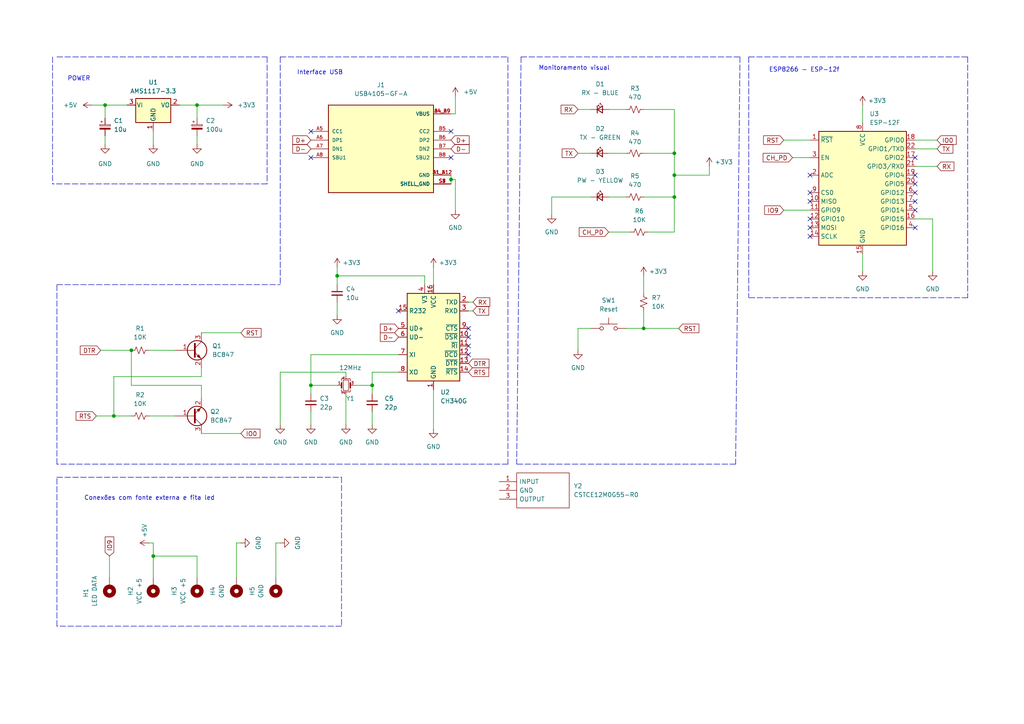
<source format=kicad_sch>
(kicad_sch (version 20211123) (generator eeschema)
  (paper "A4")
  (title_block (title "Twitch Led Bot") (date "2023-05-26") (rev "1.0.0") (company "Campoy Tech") (comment 1 "Eng. Renato Campoy") (comment 2 "Curitiba / PR / Brasil"))
  (lib_symbols
    (symbol "CSTCE12M0G55-R0:CSTCE12M0G55-R0" (pin_names (offset 0.762))
      (property "Reference" "Y" (at 21.59 7.62 0))
      (property "Value" "CSTCE12M0G55-R0" (at 21.59 5.08 0))
      (symbol "CSTCE12M0G55-R0_0_0"
        (pin passive line (at 0 0 0) (length 5.08) (name "INPUT") (number "1"))
        (pin passive line (at 0 -2.54 0) (length 5.08) (name "GND") (number "2"))
        (pin passive line (at 0 -5.08 0) (length 5.08) (name "OUTPUT") (number "3"))
      )
      (symbol "CSTCE12M0G55-R0_0_1"
        (polyline (pts (xy 5.08 2.54) (xy 20.32 2.54) (xy 20.32 -7.62) (xy 5.08 -7.62) (xy 5.08 2.54)) (stroke (width 0.1524)))
      )
    )
    (symbol "Device:C_Polarized_Small" (pin_numbers hide) (pin_names (offset 0.254) hide)
      (property "Reference" "C" (at 0.254 1.778 0))
      (property "Value" "C_Polarized_Small" (at 0.254 -2.032 0))
      (symbol "C_Polarized_Small_0_1"
        (rectangle (start -1.524 -0.3048) (end 1.524 -0.6858) (fill (type outline)))
        (rectangle (start -1.524 0.6858) (end 1.524 0.3048))
        (polyline (pts (xy -1.27 1.524) (xy -0.762 1.524)))
        (polyline (pts (xy -1.016 1.27) (xy -1.016 1.778)))
      )
      (symbol "C_Polarized_Small_1_1"
        (pin passive line (at 0 2.54 270) (length 1.8542) (name "~") (number "1"))
        (pin passive line (at 0 -2.54 90) (length 1.8542) (name "~") (number "2"))
      )
    )
    (symbol "Device:C_Small" (pin_numbers hide) (pin_names (offset 0.254) hide)
      (property "Reference" "C" (at 0.254 1.778 0))
      (property "Value" "C_Small" (at 0.254 -2.032 0))
      (symbol "C_Small_0_1"
        (polyline (pts (xy -1.524 -0.508) (xy 1.524 -0.508)) (stroke (width 0.3302)))
        (polyline (pts (xy -1.524 0.508) (xy 1.524 0.508)) (stroke (width 0.3048)))
      )
      (symbol "C_Small_1_1"
        (pin passive line (at 0 2.54 270) (length 2.032) (name "~") (number "1"))
        (pin passive line (at 0 -2.54 90) (length 2.032) (name "~") (number "2"))
      )
    )
    (symbol "Device:Crystal_GND24_Small" (pin_names (offset 1.016) hide)
      (property "Reference" "Y" (at 1.27 4.445 0))
      (property "Value" "Crystal_GND24_Small" (at 1.27 2.54 0))
      (symbol "Crystal_GND24_Small_0_1"
        (rectangle (start -0.762 -1.524) (end 0.762 1.524))
        (polyline (pts (xy -1.27 -0.762) (xy -1.27 0.762)) (stroke (width 0.381)))
        (polyline (pts (xy 1.27 -0.762) (xy 1.27 0.762)) (stroke (width 0.381)))
        (polyline (pts (xy -1.27 -1.27) (xy -1.27 -1.905) (xy 1.27 -1.905) (xy 1.27 -1.27)))
        (polyline (pts (xy -1.27 1.27) (xy -1.27 1.905) (xy 1.27 1.905) (xy 1.27 1.27)))
      )
      (symbol "Crystal_GND24_Small_1_1"
        (pin passive line (at -2.54 0 0) (length 1.27) (name "1") (number "1"))
        (pin passive line (at 0 -2.54 90) (length 0.635) (name "2") (number "2"))
        (pin passive line (at 2.54 0 180) (length 1.27) (name "3") (number "3"))
        (pin passive line (at 0 2.54 270) (length 0.635) (name "4") (number "4"))
      )
    )
    (symbol "Device:LED_Small" (pin_numbers hide) (pin_names (offset 0.254) hide)
      (property "Reference" "D" (at -1.27 3.175 0))
      (property "Value" "LED_Small" (at -4.445 -2.54 0))
      (symbol "LED_Small_0_1"
        (polyline (pts (xy -0.762 -1.016) (xy -0.762 1.016)) (stroke (width 0.254)))
        (polyline (pts (xy 1.016 0) (xy -0.762 0)))
        (polyline (pts (xy 0.762 -1.016) (xy -0.762 0) (xy 0.762 1.016) (xy 0.762 -1.016)) (stroke (width 0.254)))
        (polyline (pts (xy 0 0.762) (xy -0.508 1.27) (xy -0.254 1.27) (xy -0.508 1.27) (xy -0.508 1.016)))
        (polyline (pts (xy 0.508 1.27) (xy 0 1.778) (xy 0.254 1.778) (xy 0 1.778) (xy 0 1.524)))
      )
      (symbol "LED_Small_1_1"
        (pin passive line (at -2.54 0 0) (length 1.778) (name "K") (number "1"))
        (pin passive line (at 2.54 0 180) (length 1.778) (name "A") (number "2"))
      )
    )
    (symbol "Device:R_Small_US" (pin_numbers hide) (pin_names (offset 0.254) hide)
      (property "Reference" "R" (at 0.762 0.508 0))
      (property "Value" "R_Small_US" (at 0.762 -1.016 0))
      (symbol "R_Small_US_1_1"
        (polyline (pts (xy 0 0) (xy 1.016 -0.381) (xy 0 -0.762) (xy -1.016 -1.143) (xy 0 -1.524)))
        (polyline (pts (xy 0 1.524) (xy 1.016 1.143) (xy 0 0.762) (xy -1.016 0.381) (xy 0 0)))
        (pin passive line (at 0 2.54 270) (length 1.016) (name "~") (number "1"))
        (pin passive line (at 0 -2.54 90) (length 1.016) (name "~") (number "2"))
      )
    )
    (symbol "GND_1" (power) (pin_names (offset 0))
      (property "Value" "GND_1" (at 0 -3.81 0))
      (symbol "GND_1_0_1"
        (polyline (pts (xy 0 0) (xy 0 -1.27) (xy 1.27 -1.27) (xy 0 -2.54) (xy -1.27 -1.27) (xy 0 -1.27)))
      )
      (symbol "GND_1_1_1"
        (pin power_in line (at 0 0 270) (length 0) hide (name "GND") (number "1"))
      )
    )
    (symbol "Interface_USB:CH340G"
      (property "Reference" "U" (at -5.08 13.97 0))
      (property "Value" "CH340G" (at 1.27 13.97 0))
      (symbol "CH340G_0_1"
        (rectangle (start -7.62 12.7) (end 7.62 -12.7) (stroke (width 0.254)) (fill (type background)))
      )
      (symbol "CH340G_1_1"
        (pin power_in line (at 0 -15.24 90) (length 2.54) (name "GND") (number "1"))
        (pin input line (at 10.16 0 180) (length 2.54) (name "~{DSR}") (number "10"))
        (pin input line (at 10.16 -2.54 180) (length 2.54) (name "~{RI}") (number "11"))
        (pin input line (at 10.16 -5.08 180) (length 2.54) (name "~{DCD}") (number "12"))
        (pin output line (at 10.16 -7.62 180) (length 2.54) (name "~{DTR}") (number "13"))
        (pin output line (at 10.16 -10.16 180) (length 2.54) (name "~{RTS}") (number "14"))
        (pin input line (at -10.16 7.62 0) (length 2.54) (name "R232") (number "15"))
        (pin power_in line (at 0 15.24 270) (length 2.54) (name "VCC") (number "16"))
        (pin output line (at 10.16 10.16 180) (length 2.54) (name "TXD") (number "2"))
        (pin input line (at 10.16 7.62 180) (length 2.54) (name "RXD") (number "3"))
        (pin passive line (at -2.54 15.24 270) (length 2.54) (name "V3") (number "4"))
        (pin bidirectional line (at -10.16 2.54 0) (length 2.54) (name "UD+") (number "5"))
        (pin bidirectional line (at -10.16 0 0) (length 2.54) (name "UD-") (number "6"))
        (pin input line (at -10.16 -5.08 0) (length 2.54) (name "XI") (number "7"))
        (pin output line (at -10.16 -10.16 0) (length 2.54) (name "XO") (number "8"))
        (pin input line (at 10.16 2.54 180) (length 2.54) (name "~{CTS}") (number "9"))
      )
    )
    (symbol "Mechanical:MountingHole_Pad" (pin_numbers hide) (pin_names (offset 1.016) hide)
      (property "Reference" "H" (at 0 6.35 0))
      (property "Value" "MountingHole_Pad" (at 0 4.445 0))
      (symbol "MountingHole_Pad_0_1"
        (circle (center 0 1.27) (radius 1.27) (stroke (width 1.27)))
      )
      (symbol "MountingHole_Pad_1_1"
        (pin input line (at 0 -2.54 90) (length 2.54) (name "1") (number "1"))
      )
    )
    (symbol "RF_Module:ESP-12F"
      (property "Reference" "U" (at -12.7 19.05 0))
      (property "Value" "ESP-12F" (at 12.7 19.05 0))
      (symbol "ESP-12F_0_1"
        (rectangle (start -12.7 17.78) (end 12.7 -15.24) (stroke (width 0.254)) (fill (type background)))
      )
      (symbol "ESP-12F_1_1"
        (pin input line (at -15.24 15.24 0) (length 2.54) (name "~{RST}") (number "1"))
        (pin bidirectional line (at -15.24 -2.54 0) (length 2.54) (name "MISO") (number "10"))
        (pin bidirectional line (at -15.24 -5.08 0) (length 2.54) (name "GPIO9") (number "11"))
        (pin bidirectional line (at -15.24 -7.62 0) (length 2.54) (name "GPIO10") (number "12"))
        (pin bidirectional line (at -15.24 -10.16 0) (length 2.54) (name "MOSI") (number "13"))
        (pin bidirectional line (at -15.24 -12.7 0) (length 2.54) (name "SCLK") (number "14"))
        (pin power_in line (at 0 -17.78 90) (length 2.54) (name "GND") (number "15"))
        (pin bidirectional line (at 15.24 -7.62 180) (length 2.54) (name "GPIO15") (number "16"))
        (pin bidirectional line (at 15.24 10.16 180) (length 2.54) (name "GPIO2") (number "17"))
        (pin bidirectional line (at 15.24 15.24 180) (length 2.54) (name "GPIO0") (number "18"))
        (pin bidirectional line (at 15.24 5.08 180) (length 2.54) (name "GPIO4") (number "19"))
        (pin input line (at -15.24 5.08 0) (length 2.54) (name "ADC") (number "2"))
        (pin bidirectional line (at 15.24 2.54 180) (length 2.54) (name "GPIO5") (number "20"))
        (pin bidirectional line (at 15.24 7.62 180) (length 2.54) (name "GPIO3/RXD") (number "21"))
        (pin bidirectional line (at 15.24 12.7 180) (length 2.54) (name "GPIO1/TXD") (number "22"))
        (pin input line (at -15.24 10.16 0) (length 2.54) (name "EN") (number "3"))
        (pin bidirectional line (at 15.24 -10.16 180) (length 2.54) (name "GPIO16") (number "4"))
        (pin bidirectional line (at 15.24 -5.08 180) (length 2.54) (name "GPIO14") (number "5"))
        (pin bidirectional line (at 15.24 0 180) (length 2.54) (name "GPIO12") (number "6"))
        (pin bidirectional line (at 15.24 -2.54 180) (length 2.54) (name "GPIO13") (number "7"))
        (pin power_in line (at 0 20.32 270) (length 2.54) (name "VCC") (number "8"))
        (pin input line (at -15.24 0 0) (length 2.54) (name "CS0") (number "9"))
      )
    )
    (symbol "Regulator_Linear:AMS1117-3.3" (pin_names (offset 0.254))
      (property "Reference" "U?" (at 0 6.604 0))
      (property "Value" "AMS1117-3.3" (at 0 4.064 0))
      (symbol "AMS1117-3.3_0_1"
        (rectangle (start -5.08 -5.08) (end 5.08 1.905) (stroke (width 0.254)) (fill (type background)))
      )
      (symbol "AMS1117-3.3_1_1"
        (pin power_in line (at 0 -7.62 90) (length 2.54) (name "GND") (number "1"))
        (pin power_out line (at 7.62 0 180) (length 2.54) (name "VO") (number "2"))
        (pin power_in line (at -7.62 0 0) (length 2.54) (name "VI") (number "3"))
      )
    )
    (symbol "Switch:SW_Push" (pin_numbers hide) (pin_names (offset 1.016) hide)
      (property "Reference" "SW" (at 1.27 2.54 0))
      (property "Value" "SW_Push" (at 0 -1.524 0))
      (symbol "SW_Push_0_1"
        (circle (center -2.032 0) (radius 0.508))
        (polyline (pts (xy 0 1.27) (xy 0 3.048)))
        (polyline (pts (xy 2.54 1.27) (xy -2.54 1.27)))
        (circle (center 2.032 0) (radius 0.508))
        (pin passive line (at -5.08 0 0) (length 2.54) (name "1") (number "1"))
        (pin passive line (at 5.08 0 180) (length 2.54) (name "2") (number "2"))
      )
    )
    (symbol "Transistor_BJT:BC847" (pin_names (offset 0) hide)
      (property "Reference" "Q" (at 5.08 1.905 0))
      (property "Value" "BC847" (at 5.08 0 0))
      (symbol "BC847_0_1"
        (polyline (pts (xy 0.635 0.635) (xy 2.54 2.54)))
        (polyline (pts (xy 0.635 -0.635) (xy 2.54 -2.54) (xy 2.54 -2.54)))
        (polyline (pts (xy 0.635 1.905) (xy 0.635 -1.905) (xy 0.635 -1.905)) (stroke (width 0.508)))
        (polyline (pts (xy 1.27 -1.778) (xy 1.778 -1.27) (xy 2.286 -2.286) (xy 1.27 -1.778) (xy 1.27 -1.778)) (fill (type outline)))
        (circle (center 1.27 0) (radius 2.8194) (stroke (width 0.254)))
      )
      (symbol "BC847_1_1"
        (pin input line (at -5.08 0 0) (length 5.715) (name "B") (number "1"))
        (pin passive line (at 2.54 -5.08 90) (length 2.54) (name "E") (number "2"))
        (pin passive line (at 2.54 5.08 270) (length 2.54) (name "C") (number "3"))
      )
    )
    (symbol "USB4105-GF-A:USB4105-GF-A" (pin_names (offset 1.016))
      (property "Reference" "J" (at -15.24 13.97 0))
      (property "Value" "USB4105-GF-A" (at -15.24 -15.24 0))
      (symbol "USB4105-GF-A_0_0"
        (rectangle (start -15.24 -12.7) (end 15.24 12.7) (stroke (width 0.254)) (fill (type background)))
        (pin power_in line (at 20.32 -7.62 180) (length 5.08) (name "GND") (number "A1_B12"))
        (pin power_in line (at 20.32 10.16 180) (length 5.08) (name "VBUS") (number "A4_B9"))
        (pin bidirectional line (at -20.32 5.08 0) (length 5.08) (name "CC1") (number "A5"))
        (pin bidirectional line (at -20.32 2.54 0) (length 5.08) (name "DP1") (number "A6"))
        (pin bidirectional line (at -20.32 0 0) (length 5.08) (name "DN1") (number "A7"))
        (pin bidirectional line (at -20.32 -2.54 0) (length 5.08) (name "SBU1") (number "A8"))
        (pin power_in line (at 20.32 -7.62 180) (length 5.08) (name "GND") (number "B1_A12"))
        (pin power_in line (at 20.32 10.16 180) (length 5.08) (name "VBUS") (number "B4_A9"))
        (pin bidirectional line (at 20.32 5.08 180) (length 5.08) (name "CC2") (number "B5"))
        (pin bidirectional line (at 20.32 2.54 180) (length 5.08) (name "DP2") (number "B6"))
        (pin bidirectional line (at 20.32 0 180) (length 5.08) (name "DN2") (number "B7"))
        (pin bidirectional line (at 20.32 -2.54 180) (length 5.08) (name "SBU2") (number "B8"))
        (pin power_in line (at 20.32 -10.16 180) (length 5.08) (name "SHELL_GND") (number "S1"))
        (pin power_in line (at 20.32 -10.16 180) (length 5.08) (name "SHELL_GND") (number "S2"))
        (pin power_in line (at 20.32 -10.16 180) (length 5.08) (name "SHELL_GND") (number "S3"))
        (pin power_in line (at 20.32 -10.16 180) (length 5.08) (name "SHELL_GND") (number "S4"))
      )
    )
    (symbol "power:+3.3V" (power) (pin_names (offset 0))
      (property "Value" "+3.3V" (at 0 3.556 0))
      (symbol "+3.3V_0_1"
        (polyline (pts (xy -0.762 1.27) (xy 0 2.54)))
        (polyline (pts (xy 0 0) (xy 0 2.54)))
        (polyline (pts (xy 0 2.54) (xy 0.762 1.27)))
      )
      (symbol "+3.3V_1_1"
        (pin power_in line (at 0 0 90) (length 0) hide (name "+3V3") (number "1"))
      )
    )
    (symbol "power:+5V" (power) (pin_names (offset 0))
      (property "Value" "+5V" (at 0 3.556 0))
      (symbol "+5V_0_1"
        (polyline (pts (xy -0.762 1.27) (xy 0 2.54)))
        (polyline (pts (xy 0 0) (xy 0 2.54)))
        (polyline (pts (xy 0 2.54) (xy 0.762 1.27)))
      )
      (symbol "+5V_1_1"
        (pin power_in line (at 0 0 90) (length 0) hide (name "+5V") (number "1"))
      )
    )
    (symbol "power:GND" (power) (pin_names (offset 0))
      (property "Value" "GND" (at 0 -3.81 0))
      (symbol "GND_0_1"
        (polyline (pts (xy 0 0) (xy 0 -1.27) (xy 1.27 -1.27) (xy 0 -2.54) (xy -1.27 -1.27) (xy 0 -1.27)))
      )
      (symbol "GND_1_1"
        (pin power_in line (at 0 0 270) (length 0) hide (name "GND") (number "1"))
      )
    )
  )
  (junction (at 30.48 30.48))
  (junction (at 33.02 120.65))
  (junction (at 97.79 80.01))
  (junction (at 195.58 50.8))
  (junction (at 90.17 111.76))
  (junction (at 44.45 161.29))
  (junction (at 107.95 111.76))
  (junction (at 195.58 57.15))
  (junction (at 130.81 52.07))
  (junction (at 195.58 44.45))
  (junction (at 186.69 95.25))
  (junction (at 57.15 30.48))
  (junction (at 38.1 101.6))
  (no_connect (at 234.95 68.58))
  (no_connect (at 115.57 90.17))
  (no_connect (at 265.43 50.8))
  (no_connect (at 234.95 50.8))
  (no_connect (at 130.81 45.72))
  (no_connect (at 135.89 102.87))
  (no_connect (at 90.17 45.72))
  (no_connect (at 135.89 100.33))
  (no_connect (at 90.17 38.1))
  (no_connect (at 265.43 66.04))
  (no_connect (at 265.43 53.34))
  (no_connect (at 265.43 58.42))
  (no_connect (at 234.95 66.04))
  (no_connect (at 234.95 55.88))
  (no_connect (at 265.43 60.96))
  (no_connect (at 130.81 38.1))
  (no_connect (at 265.43 45.72))
  (no_connect (at 234.95 58.42))
  (no_connect (at 234.95 63.5))
  (no_connect (at 135.89 95.25))
  (no_connect (at 135.89 97.79))
  (no_connect (at 265.43 55.88))
  (wire (pts (xy 52.07 30.48) (xy 57.15 30.48)))
  (polyline (pts (xy 147.32 16.51) (xy 147.32 134.62)))
  (wire (pts (xy 137.16 90.17) (xy 135.89 90.17)))
  (wire (pts (xy 186.69 80.01) (xy 186.69 85.09)))
  (wire (pts (xy 271.78 40.64) (xy 265.43 40.64)))
  (wire (pts (xy 205.74 48.26) (xy 205.74 50.8)))
  (wire (pts (xy 181.61 95.25) (xy 186.69 95.25)))
  (polyline (pts (xy 81.28 16.51) (xy 147.32 16.51)))
  (wire (pts (xy 115.57 102.87) (xy 90.17 102.87)))
  (wire (pts (xy 90.17 111.76) (xy 97.79 111.76)))
  (wire (pts (xy 29.21 101.6) (xy 38.1 101.6)))
  (polyline (pts (xy 16.51 181.61) (xy 16.51 138.43)))
  (wire (pts (xy 107.95 111.76) (xy 107.95 114.3)))
  (polyline (pts (xy 16.51 138.43) (xy 16.51 138.43)))
  (wire (pts (xy 176.53 57.15) (xy 181.61 57.15)))
  (wire (pts (xy 176.53 31.75) (xy 181.61 31.75)))
  (wire (pts (xy 68.58 167.64) (xy 68.58 157.48)))
  (wire (pts (xy 43.18 101.6) (xy 50.8 101.6)))
  (wire (pts (xy 97.79 77.47) (xy 97.79 80.01)))
  (wire (pts (xy 160.02 57.15) (xy 171.45 57.15)))
  (wire (pts (xy 123.19 82.55) (xy 123.19 80.01)))
  (wire (pts (xy 250.19 30.48) (xy 250.19 35.56)))
  (wire (pts (xy 43.18 120.65) (xy 50.8 120.65)))
  (wire (pts (xy 167.64 44.45) (xy 171.45 44.45)))
  (wire (pts (xy 68.58 157.48) (xy 69.85 157.48)))
  (wire (pts (xy 44.45 38.1) (xy 44.45 41.91)))
  (wire (pts (xy 186.69 57.15) (xy 195.58 57.15)))
  (wire (pts (xy 107.95 119.38) (xy 107.95 123.19)))
  (wire (pts (xy 58.42 106.68) (xy 58.42 109.22)))
  (wire (pts (xy 44.45 157.48) (xy 44.45 161.29)))
  (wire (pts (xy 195.58 57.15) (xy 195.58 67.31)))
  (wire (pts (xy 90.17 102.87) (xy 90.17 111.76)))
  (wire (pts (xy 80.01 157.48) (xy 81.28 157.48)))
  (wire (pts (xy 97.79 87.63) (xy 97.79 91.44)))
  (wire (pts (xy 30.48 30.48) (xy 36.83 30.48)))
  (polyline (pts (xy 16.51 82.55) (xy 81.28 82.55)))
  (polyline (pts (xy 99.06 138.43) (xy 99.06 181.61)))
  (wire (pts (xy 57.15 161.29) (xy 44.45 161.29)))
  (wire (pts (xy 250.19 73.66) (xy 250.19 78.74)))
  (wire (pts (xy 195.58 31.75) (xy 195.58 44.45)))
  (wire (pts (xy 81.28 107.95) (xy 81.28 123.19)))
  (wire (pts (xy 265.43 63.5) (xy 270.51 63.5)))
  (wire (pts (xy 186.69 95.25) (xy 196.85 95.25)))
  (wire (pts (xy 130.81 52.07) (xy 132.08 52.07)))
  (wire (pts (xy 30.48 39.37) (xy 30.48 41.91)))
  (wire (pts (xy 90.17 119.38) (xy 90.17 123.19)))
  (wire (pts (xy 130.81 50.8) (xy 130.81 52.07)))
  (wire (pts (xy 167.64 95.25) (xy 171.45 95.25)))
  (wire (pts (xy 186.69 44.45) (xy 195.58 44.45)))
  (wire (pts (xy 186.69 90.17) (xy 186.69 95.25)))
  (wire (pts (xy 90.17 111.76) (xy 90.17 114.3)))
  (wire (pts (xy 57.15 34.29) (xy 57.15 30.48)))
  (wire (pts (xy 100.33 114.3) (xy 100.33 123.19)))
  (wire (pts (xy 27.94 120.65) (xy 33.02 120.65)))
  (wire (pts (xy 132.08 33.02) (xy 130.81 33.02)))
  (polyline (pts (xy 147.32 134.62) (xy 16.51 134.62)))
  (wire (pts (xy 107.95 107.95) (xy 107.95 111.76)))
  (wire (pts (xy 167.64 31.75) (xy 171.45 31.75)))
  (wire (pts (xy 58.42 109.22) (xy 33.02 109.22)))
  (wire (pts (xy 102.87 111.76) (xy 107.95 111.76)))
  (polyline (pts (xy 217.17 16.51) (xy 217.17 86.36)))
  (wire (pts (xy 176.53 44.45) (xy 181.61 44.45)))
  (wire (pts (xy 205.74 50.8) (xy 195.58 50.8)))
  (polyline (pts (xy 151.13 16.51) (xy 149.86 134.62)))
  (wire (pts (xy 26.67 30.48) (xy 30.48 30.48)))
  (wire (pts (xy 57.15 30.48) (xy 64.77 30.48)))
  (polyline (pts (xy 16.51 16.51) (xy 77.47 16.51)))
  (wire (pts (xy 167.64 101.6) (xy 167.64 95.25)))
  (wire (pts (xy 227.33 40.64) (xy 234.95 40.64)))
  (wire (pts (xy 125.73 113.03) (xy 125.73 124.46)))
  (wire (pts (xy 33.02 109.22) (xy 33.02 120.65)))
  (polyline (pts (xy 15.24 16.51) (xy 15.24 53.34)))
  (polyline (pts (xy 214.63 16.51) (xy 213.36 134.62)))
  (wire (pts (xy 57.15 167.64) (xy 57.15 161.29)))
  (wire (pts (xy 270.51 63.5) (xy 270.51 78.74)))
  (wire (pts (xy 195.58 44.45) (xy 195.58 50.8)))
  (wire (pts (xy 265.43 43.18) (xy 271.78 43.18)))
  (wire (pts (xy 195.58 67.31) (xy 187.96 67.31)))
  (polyline (pts (xy 77.47 53.34) (xy 15.24 53.34)))
  (wire (pts (xy 38.1 111.76) (xy 38.1 101.6)))
  (polyline (pts (xy 99.06 181.61) (xy 16.51 181.61)))
  (wire (pts (xy 115.57 107.95) (xy 107.95 107.95)))
  (wire (pts (xy 43.18 157.48) (xy 44.45 157.48)))
  (wire (pts (xy 132.08 52.07) (xy 132.08 60.96)))
  (polyline (pts (xy 280.67 86.36) (xy 217.17 86.36)))
  (wire (pts (xy 30.48 30.48) (xy 30.48 34.29)))
  (wire (pts (xy 100.33 107.95) (xy 81.28 107.95)))
  (polyline (pts (xy 280.67 16.51) (xy 280.67 86.36)))
  (wire (pts (xy 100.33 109.22) (xy 100.33 107.95)))
  (wire (pts (xy 130.81 52.07) (xy 130.81 53.34)))
  (polyline (pts (xy 16.51 134.62) (xy 16.51 82.55)))
  (wire (pts (xy 229.87 45.72) (xy 234.95 45.72)))
  (wire (pts (xy 265.43 48.26) (xy 271.78 48.26)))
  (wire (pts (xy 80.01 167.64) (xy 80.01 157.48)))
  (wire (pts (xy 123.19 80.01) (xy 97.79 80.01)))
  (polyline (pts (xy 77.47 16.51) (xy 77.47 53.34)))
  (wire (pts (xy 33.02 120.65) (xy 38.1 120.65)))
  (polyline (pts (xy 213.36 134.62) (xy 149.86 134.62)))
  (wire (pts (xy 58.42 111.76) (xy 38.1 111.76)))
  (wire (pts (xy 132.08 27.94) (xy 132.08 33.02)))
  (wire (pts (xy 195.58 50.8) (xy 195.58 57.15)))
  (wire (pts (xy 160.02 62.23) (xy 160.02 57.15)))
  (wire (pts (xy 125.73 77.47) (xy 125.73 82.55)))
  (wire (pts (xy 137.16 87.63) (xy 135.89 87.63)))
  (polyline (pts (xy 151.13 16.51) (xy 214.63 16.51)))
  (wire (pts (xy 57.15 39.37) (xy 57.15 41.91)))
  (wire (pts (xy 227.33 60.96) (xy 234.95 60.96)))
  (wire (pts (xy 97.79 80.01) (xy 97.79 82.55)))
  (wire (pts (xy 58.42 125.73) (xy 69.85 125.73)))
  (polyline (pts (xy 217.17 16.51) (xy 280.67 16.51)))
  (wire (pts (xy 58.42 115.57) (xy 58.42 111.76)))
  (wire (pts (xy 186.69 31.75) (xy 195.58 31.75)))
  (wire (pts (xy 58.42 96.52) (xy 69.85 96.52)))
  (wire (pts (xy 44.45 161.29) (xy 44.45 167.64)))
  (wire (pts (xy 176.53 67.31) (xy 182.88 67.31)))
  (polyline (pts (xy 81.28 16.51) (xy 81.28 82.55)))
  (polyline (pts (xy 16.51 138.43) (xy 99.06 138.43)))
  (wire (pts (xy 31.75 161.29) (xy 31.75 167.64)))
  (text "Conexões com fonte externa e fita led\n" (at 24.384 145.288 0) (effects (font (size 1.27 1.27)) (justify left bottom)))
  (text "ESP8266 - ESP-12f" (at 223.012 21.082 0) (effects (font (size 1.27 1.27)) (justify left bottom)))
  (text "Interface USB" (at 86.106 21.844 0) (effects (font (size 1.27 1.27)) (justify left bottom)))
  (text "POWER\n" (at 19.558 23.622 0) (effects (font (size 1.27 1.27)) (justify left bottom)))
  (text "Monitoramento visual\n" (at 156.21 20.574 0) (effects (font (size 1.27 1.27)) (justify left bottom)))
  (global_label "CH_PD" (shape input) (at 229.87 45.72 180) (property "Referências entre as folhas" "${INTERSHEET_REFS}" (effects hide)))
  (global_label "CH_PD" (shape input) (at 176.53 67.31 180) (property "Referências entre as folhas" "${INTERSHEET_REFS}" (effects hide)))
  (global_label "IO0" (shape input) (at 69.85 125.73 0) (property "Referências entre as folhas" "${INTERSHEET_REFS}" (effects hide)))
  (global_label "D+" (shape input) (at 130.81 40.64 0) (property "Referências entre as folhas" "${INTERSHEET_REFS}" (effects hide)))
  (global_label "D+" (shape input) (at 115.57 95.25 180) (property "Referências entre as folhas" "${INTERSHEET_REFS}" (effects hide)))
  (global_label "IO0" (shape input) (at 271.78 40.64 0) (property "Referências entre as folhas" "${INTERSHEET_REFS}" (effects hide)))
  (global_label "D-" (shape input) (at 115.57 97.79 180) (property "Referências entre as folhas" "${INTERSHEET_REFS}" (effects hide)))
  (global_label "DTR" (shape input) (at 29.21 101.6 180) (property "Referências entre as folhas" "${INTERSHEET_REFS}" (effects hide)))
  (global_label "TX" (shape input) (at 137.16 90.17 0) (property "Referências entre as folhas" "${INTERSHEET_REFS}" (effects hide)))
  (global_label "TX" (shape input) (at 167.64 44.45 180) (property "Referências entre as folhas" "${INTERSHEET_REFS}" (effects hide)))
  (global_label "TX" (shape input) (at 271.78 43.18 0) (property "Referências entre as folhas" "${INTERSHEET_REFS}" (effects hide)))
  (global_label "RST" (shape input) (at 227.33 40.64 180) (property "Referências entre as folhas" "${INTERSHEET_REFS}" (effects hide)))
  (global_label "D-" (shape input) (at 130.81 43.18 0) (property "Referências entre as folhas" "${INTERSHEET_REFS}" (effects hide)))
  (global_label "RX" (shape input) (at 271.78 48.26 0) (property "Referências entre as folhas" "${INTERSHEET_REFS}" (effects hide)))
  (global_label "RTS" (shape input) (at 135.89 107.95 0) (property "Referências entre as folhas" "${INTERSHEET_REFS}" (effects hide)))
  (global_label "IO9" (shape input) (at 31.75 161.29 90) (property "Referências entre as folhas" "${INTERSHEET_REFS}" (effects hide)))
  (global_label "RTS" (shape input) (at 27.94 120.65 180) (property "Referências entre as folhas" "${INTERSHEET_REFS}" (effects hide)))
  (global_label "RST" (shape input) (at 196.85 95.25 0) (property "Referências entre as folhas" "${INTERSHEET_REFS}" (effects hide)))
  (global_label "D+" (shape input) (at 90.17 40.64 180) (property "Referências entre as folhas" "${INTERSHEET_REFS}" (effects hide)))
  (global_label "DTR" (shape input) (at 135.89 105.41 0) (property "Referências entre as folhas" "${INTERSHEET_REFS}" (effects hide)))
  (global_label "RST" (shape input) (at 69.85 96.52 0) (property "Referências entre as folhas" "${INTERSHEET_REFS}" (effects hide)))
  (global_label "D-" (shape input) (at 90.17 43.18 180) (property "Referências entre as folhas" "${INTERSHEET_REFS}" (effects hide)))
  (global_label "RX" (shape input) (at 137.16 87.63 0) (property "Referências entre as folhas" "${INTERSHEET_REFS}" (effects hide)))
  (global_label "RX" (shape input) (at 167.64 31.75 180) (property "Referências entre as folhas" "${INTERSHEET_REFS}" (effects hide)))
  (global_label "IO9" (shape input) (at 227.33 60.96 180) (property "Referências entre as folhas" "${INTERSHEET_REFS}" (effects hide)))
  (symbol (lib_id "Interface_USB:CH340G") (at 125.73 97.79 0) (unit 1)
    (property "Reference" "U2" (at 127.7494 113.7666 0) (effects (justify left)))
    (property "Value" "CH340G" (at 127.7494 116.3066 0) (effects (justify left)))
    (property "Footprint" "Package_SO:SOIC-16_3.9x9.9mm_P1.27mm" (effects hide))
    (property "Datasheet" "http://www.datasheet5.com/pdf-local-2195953" (effects hide))
  )
  (symbol (lib_name "GND_1") (lib_id "power:GND") (at 270.51 78.74 0) (unit 1)
    (property "Reference" "#PWR0101" (effects hide))
    (property "Value" "GND" (at 270.51 83.82 0))
  )
  (symbol (lib_id "power:GND") (at 44.45 41.91 0) (unit 1)
    (property "Reference" "#PWR03" (effects hide))
    (property "Value" "GND" (at 44.45 47.5234 0))
  )
  (symbol (lib_id "Device:C_Small") (at 97.79 85.09 0) (unit 1)
    (property "Reference" "C4" (at 100.33 83.8262 0) (effects (justify left)))
    (property "Value" "10u" (at 100.33 86.3662 0) (effects (justify left)))
    (property "Footprint" "Capacitor_SMD:C_0805_2012Metric" (effects hide))
  )
  (symbol (lib_id "power:+3.3V") (at 186.69 80.01 0) (unit 1)
    (property "Reference" "#PWR020" (effects hide))
    (property "Value" "+3.3V" (at 188.214 78.7399 0) (effects (justify left)))
  )
  (symbol (lib_id "power:GND") (at 57.15 41.91 0) (unit 1)
    (property "Reference" "#PWR05" (effects hide))
    (property "Value" "GND" (at 57.15 47.5234 0))
  )
  (symbol (lib_id "Mechanical:MountingHole_Pad") (at 44.45 170.18 180) (unit 1)
    (property "Reference" "H2" (at 37.846 171.45 90))
    (property "Value" "VCC +5" (at 40.386 171.45 90))
    (property "Footprint" "MountingHole:MountingHole_2.1mm" (effects hide))
  )
  (symbol (lib_id "Transistor_BJT:BC847") (at 55.88 120.65 0) (mirror x) (unit 1)
    (property "Reference" "Q2" (at 60.96 119.3799 0) (effects (justify left)))
    (property "Value" "BC847" (at 60.96 121.9199 0) (effects (justify left)))
    (property "Footprint" "Package_TO_SOT_SMD:SOT-23" (effects hide))
    (property "Datasheet" "http://www.infineon.com/dgdl/Infineon-BC847SERIES_BC848SERIES_BC849SERIES_BC850SERIES-DS-v01_01-en.pdf?fileId=db3a304314dca389011541d4630a1657" (effects hide))
  )
  (symbol (lib_id "power:+5V") (at 132.08 27.94 0) (unit 1)
    (property "Reference" "#PWR016" (effects hide))
    (property "Value" "+5V" (at 134.366 26.6699 0) (effects (justify left)))
  )
  (symbol (lib_id "Device:R_Small_US") (at 185.42 67.31 90) (unit 1)
    (property "Reference" "R6" (at 185.42 61.214 90))
    (property "Value" "10K" (at 185.42 63.754 90))
    (property "Footprint" "Resistor_SMD:R_0805_2012Metric" (effects hide))
  )
  (symbol (lib_name "GND_1") (lib_id "power:GND") (at 81.28 157.48 90) (unit 1)
    (property "Reference" "#PWR08" (effects hide))
    (property "Value" "GND" (at 86.36 157.48 0))
  )
  (symbol (lib_id "Device:C_Polarized_Small") (at 30.48 36.83 0) (unit 1)
    (property "Reference" "C1" (at 33.02 35.0138 0) (effects (justify left)))
    (property "Value" "10u" (at 33.02 37.5538 0) (effects (justify left)))
    (property "Footprint" "Capacitor_SMD:C_0805_2012Metric" (effects hide))
  )
  (symbol (lib_id "Device:C_Small") (at 107.95 116.84 0) (unit 1)
    (property "Reference" "C5" (at 111.506 115.5762 0) (effects (justify left)))
    (property "Value" "22p" (at 111.506 118.1162 0) (effects (justify left)))
    (property "Footprint" "Capacitor_SMD:C_0805_2012Metric" (effects hide))
  )
  (symbol (lib_name "GND_1") (lib_id "power:GND") (at 81.28 123.19 0) (unit 1)
    (property "Reference" "#PWR012" (effects hide))
    (property "Value" "GND" (at 81.28 128.27 0))
  )
  (symbol (lib_id "Device:C_Small") (at 90.17 116.84 0) (unit 1)
    (property "Reference" "C3" (at 92.71 115.5762 0) (effects (justify left)))
    (property "Value" "22p" (at 92.71 118.1162 0) (effects (justify left)))
    (property "Footprint" "Capacitor_SMD:C_0805_2012Metric" (effects hide))
  )
  (symbol (lib_name "GND_1") (lib_id "power:GND") (at 132.08 60.96 0) (unit 1)
    (property "Reference" "#PWR017" (effects hide))
    (property "Value" "GND" (at 132.08 66.04 0))
  )
  (symbol (lib_id "Mechanical:MountingHole_Pad") (at 31.75 170.18 180) (unit 1)
    (property "Reference" "H1" (at 24.892 171.958 90))
    (property "Value" "LED DATA" (at 27.432 171.45 90))
    (property "Footprint" "MountingHole:MountingHole_2.1mm" (effects hide))
  )
  (symbol (lib_id "power:+3.3V") (at 125.73 77.47 0) (unit 1)
    (property "Reference" "#PWR014" (effects hide))
    (property "Value" "+3.3V" (at 127.254 76.1999 0) (effects (justify left)))
  )
  (symbol (lib_id "Regulator_Linear:AMS1117-3.3") (at 44.45 30.48 0) (unit 1)
    (property "Reference" "U1" (at 44.45 23.876 0))
    (property "Value" "AMS1117-3.3" (at 44.45 26.416 0))
    (property "Footprint" "Package_TO_SOT_SMD:SOT-223-3_TabPin2" (effects hide))
    (property "Datasheet" "http://www.advanced-monolithic.com/pdf/ds1117.pdf" (effects hide))
  )
  (symbol (lib_id "Device:R_Small_US") (at 184.15 57.15 90) (unit 1)
    (property "Reference" "R5" (at 184.15 51.054 90))
    (property "Value" "470" (at 184.15 53.594 90))
    (property "Footprint" "Resistor_SMD:R_0805_2012Metric" (effects hide))
  )
  (symbol (lib_id "Mechanical:MountingHole_Pad") (at 80.01 170.18 180) (unit 1)
    (property "Reference" "H5" (at 73.152 171.45 90))
    (property "Value" "GND" (at 75.692 171.45 90))
    (property "Footprint" "MountingHole:MountingHole_2.1mm" (effects hide))
  )
  (symbol (lib_id "Switch:SW_Push") (at 176.53 95.25 0) (unit 1)
    (property "Reference" "SW1" (at 176.53 87.122 0))
    (property "Value" "Reset" (at 176.53 89.662 0))
    (property "Footprint" "Button_Switch_SMD:SW_Push_SPST_NO_Alps_SKRK" (effects hide))
  )
  (symbol (lib_id "power:+3.3V") (at 64.77 30.48 270) (unit 1)
    (property "Reference" "#PWR06" (effects hide))
    (property "Value" "+3.3V" (at 68.8086 30.4799 90) (effects (justify left)))
  )
  (symbol (lib_name "GND_1") (lib_id "power:GND") (at 69.85 157.48 90) (unit 1)
    (property "Reference" "#PWR07" (effects hide))
    (property "Value" "GND" (at 74.93 157.48 0))
  )
  (symbol (lib_id "Device:LED_Small") (at 173.99 31.75 0) (unit 1)
    (property "Reference" "D1" (at 174.0535 24.384 0))
    (property "Value" "RX - BLUE" (at 174.0535 26.924 0))
    (property "Footprint" "LED_SMD:LED_0805_2012Metric" (effects hide))
  )
  (symbol (lib_name "GND_1") (lib_id "power:GND") (at 107.95 123.19 0) (unit 1)
    (property "Reference" "#PWR013" (effects hide))
    (property "Value" "GND" (at 107.95 128.27 0))
  )
  (symbol (lib_id "Device:C_Polarized_Small") (at 57.15 36.83 0) (unit 1)
    (property "Reference" "C2" (at 59.69 35.0138 0) (effects (justify left)))
    (property "Value" "100u" (at 59.69 37.5538 0) (effects (justify left)))
    (property "Footprint" "Capacitor_SMD:C_0805_2012Metric" (effects hide))
  )
  (symbol (lib_name "GND_1") (lib_id "power:GND") (at 167.64 101.6 0) (unit 1)
    (property "Reference" "#PWR019" (effects hide))
    (property "Value" "GND" (at 167.64 106.68 0))
  )
  (symbol (lib_id "Device:R_Small_US") (at 184.15 44.45 90) (unit 1)
    (property "Reference" "R4" (at 184.15 38.608 90))
    (property "Value" "470" (at 184.15 41.148 90))
    (property "Footprint" "Resistor_SMD:R_0805_2012Metric" (effects hide))
  )
  (symbol (lib_id "power:+5V") (at 43.18 157.48 90) (unit 1)
    (property "Reference" "#PWR04" (effects hide))
    (property "Value" "+5V" (at 41.9099 155.956 0) (effects (justify left)))
  )
  (symbol (lib_id "CSTCE12M0G55-R0:CSTCE12M0G55-R0") (at 144.78 139.7 0) (unit 1)
    (property "Reference" "Y2" (at 166.37 140.9699 0) (effects (justify left)))
    (property "Value" "CSTCE12M0G55-R0" (at 166.37 143.5099 0) (effects (justify left)))
    (property "Footprint" "CSTCE12M0G55R0" (effects hide))
    (property "Datasheet" "http://uk.rs-online.com/web/p/products/7214809" (effects hide))
    (property "Description" "CSTCE12M0G55-R0 , Ceramic Resonator, 12MHz Fundamental 33pF, 3-Pin Cap Chip, 3.2 x 1.3 x 0.7mm" (effects hide))
    (property "Height" "0.8" (effects hide))
    (property "Manufacturer_Name" "Murata Electronics" (effects hide))
    (property "Manufacturer_Part_Number" "CSTCE12M0G55-R0" (effects hide))
    (property "Mouser Part Number" "81-CSTCE12M0G55-R0" (effects hide))
    (property "Mouser Price/Stock" "https://www.mouser.co.uk/ProductDetail/Murata-Electronics/CSTCE12M0G55-R0?qs=X%252BGJbDQiXeURAOWF7GvM7A%3D%3D" (effects hide))
  )
  (symbol (lib_id "Device:R_Small_US") (at 40.64 101.6 90) (unit 1)
    (property "Reference" "R1" (at 40.64 95.25 90))
    (property "Value" "10K" (at 40.64 97.79 90))
    (property "Footprint" "Resistor_SMD:R_0805_2012Metric" (effects hide))
  )
  (symbol (lib_id "power:+3.3V") (at 97.79 77.47 0) (unit 1)
    (property "Reference" "#PWR010" (effects hide))
    (property "Value" "+3.3V" (at 99.314 76.1999 0) (effects (justify left)))
  )
  (symbol (lib_name "GND_1") (lib_id "power:GND") (at 250.19 78.74 0) (unit 1)
    (property "Reference" "#PWR023" (effects hide))
    (property "Value" "GND" (at 250.19 83.82 0))
  )
  (symbol (lib_id "Device:Crystal_GND24_Small") (at 100.33 111.76 0) (unit 1)
    (property "Reference" "Y1" (at 101.6 115.57 0))
    (property "Value" "12MHz" (at 101.6 106.68 0))
    (property "Footprint" "Crystal:Crystal_SMD_2520-4Pin_2.5x2.0mm" (effects hide))
  )
  (symbol (lib_id "power:GND") (at 30.48 41.91 0) (unit 1)
    (property "Reference" "#PWR02" (effects hide))
    (property "Value" "GND" (at 30.48 47.5234 0))
  )
  (symbol (lib_id "Transistor_BJT:BC847") (at 55.88 101.6 0) (unit 1)
    (property "Reference" "Q1" (at 61.5442 100.3299 0) (effects (justify left)))
    (property "Value" "BC847" (at 61.5442 102.8699 0) (effects (justify left)))
    (property "Footprint" "Package_TO_SOT_SMD:SOT-23" (effects hide))
    (property "Datasheet" "http://www.infineon.com/dgdl/Infineon-BC847SERIES_BC848SERIES_BC849SERIES_BC850SERIES-DS-v01_01-en.pdf?fileId=db3a304314dca389011541d4630a1657" (effects hide))
  )
  (symbol (lib_id "power:+3.3V") (at 250.19 30.48 0) (unit 1)
    (property "Reference" "#PWR022" (effects hide))
    (property "Value" "+3.3V" (at 251.714 29.2099 0) (effects (justify left)))
  )
  (symbol (lib_name "GND_1") (lib_id "power:GND") (at 125.73 124.46 0) (unit 1)
    (property "Reference" "#PWR015" (effects hide))
    (property "Value" "GND" (at 125.73 129.54 0))
  )
  (symbol (lib_name "GND_1") (lib_id "power:GND") (at 160.02 62.23 0) (unit 1)
    (property "Reference" "#PWR018" (effects hide))
    (property "Value" "GND" (at 160.02 67.31 0))
  )
  (symbol (lib_name "GND_1") (lib_id "power:GND") (at 90.17 123.19 0) (unit 1)
    (property "Reference" "#PWR09" (effects hide))
    (property "Value" "GND" (at 90.17 128.27 0))
  )
  (symbol (lib_id "power:+3.3V") (at 205.74 48.26 0) (unit 1)
    (property "Reference" "#PWR021" (effects hide))
    (property "Value" "+3.3V" (at 207.264 46.9899 0) (effects (justify left)))
  )
  (symbol (lib_id "RF_Module:ESP-12F") (at 250.19 55.88 0) (unit 1)
    (property "Reference" "U3" (at 252.2094 33.02 0) (effects (justify left)))
    (property "Value" "ESP-12F" (at 252.2094 35.56 0) (effects (justify left)))
    (property "Footprint" "RF_Module:ESP-12E" (effects hide))
    (property "Datasheet" "http://wiki.ai-thinker.com/_media/esp8266/esp8266_series_modules_user_manual_v1.1.pdf" (effects hide))
  )
  (symbol (lib_id "Device:LED_Small") (at 173.99 44.45 0) (unit 1)
    (property "Reference" "D2" (at 174.0535 37.338 0))
    (property "Value" "TX - GREEN" (at 174.0535 39.878 0))
    (property "Footprint" "LED_SMD:LED_0805_2012Metric" (effects hide))
  )
  (symbol (lib_id "Mechanical:MountingHole_Pad") (at 57.15 170.18 180) (unit 1)
    (property "Reference" "H3" (at 50.546 171.45 90))
    (property "Value" "VCC +5" (at 53.086 171.45 90))
    (property "Footprint" "MountingHole:MountingHole_2.1mm" (effects hide))
  )
  (symbol (lib_id "Mechanical:MountingHole_Pad") (at 68.58 170.18 180) (unit 1)
    (property "Reference" "H4" (at 61.722 171.45 90))
    (property "Value" "GND" (at 64.262 171.45 90))
    (property "Footprint" "MountingHole:MountingHole_2.1mm" (effects hide))
  )
  (symbol (lib_id "Device:R_Small_US") (at 186.69 87.63 180) (unit 1)
    (property "Reference" "R7" (at 188.976 86.3599 0) (effects (justify right)))
    (property "Value" "10K" (at 188.976 88.8999 0) (effects (justify right)))
    (property "Footprint" "Resistor_SMD:R_0805_2012Metric" (effects hide))
  )
  (symbol (lib_id "Device:LED_Small") (at 173.99 57.15 0) (unit 1)
    (property "Reference" "D3" (at 174.0535 49.784 0))
    (property "Value" "PW - YELLOW" (at 174.0535 52.324 0))
    (property "Footprint" "LED_SMD:LED_0805_2012Metric" (effects hide))
  )
  (symbol (lib_id "USB4105-GF-A:USB4105-GF-A") (at 110.49 43.18 0) (unit 1)
    (property "Reference" "J1" (at 110.49 24.638 0))
    (property "Value" "USB4105-GF-A" (at 110.49 27.178 0))
    (property "Footprint" "USB4105-GF-A 2:GCT_USB4105-GF-A" (effects hide))
    (property "PARTREV" "A3" (effects hide))
    (property "STANDARD" "Manufacturer Recommendations" (effects hide))
    (property "MAXIMUM_PACKAGE_HEIGHT" "3.31 mm" (effects hide))
    (property "MANUFACTURER" "GCT" (effects hide))
  )
  (symbol (lib_name "GND_1") (lib_id "power:GND") (at 100.33 123.19 0) (unit 1)
    (property "Reference" "#PWR024" (effects hide))
    (property "Value" "GND" (at 100.33 128.27 0))
  )
  (symbol (lib_id "Device:R_Small_US") (at 40.64 120.65 90) (unit 1)
    (property "Reference" "R2" (at 40.64 114.554 90))
    (property "Value" "10K" (at 40.64 117.094 90))
    (property "Footprint" "Resistor_SMD:R_0805_2012Metric" (effects hide))
  )
  (symbol (lib_id "Device:R_Small_US") (at 184.15 31.75 90) (unit 1)
    (property "Reference" "R3" (at 184.15 25.654 90))
    (property "Value" "470" (at 184.15 28.194 90))
    (property "Footprint" "Resistor_SMD:R_0805_2012Metric" (effects hide))
  )
  (symbol (lib_id "power:+5V") (at 26.67 30.48 90) (unit 1)
    (property "Reference" "#PWR01" (effects hide))
    (property "Value" "+5V" (at 22.4028 30.4799 90) (effects (justify left)))
  )
  (symbol (lib_name "GND_1") (lib_id "power:GND") (at 97.79 91.44 0) (unit 1)
    (property "Reference" "#PWR011" (effects hide))
    (property "Value" "GND" (at 97.79 96.52 0))
  )
)
</source>
